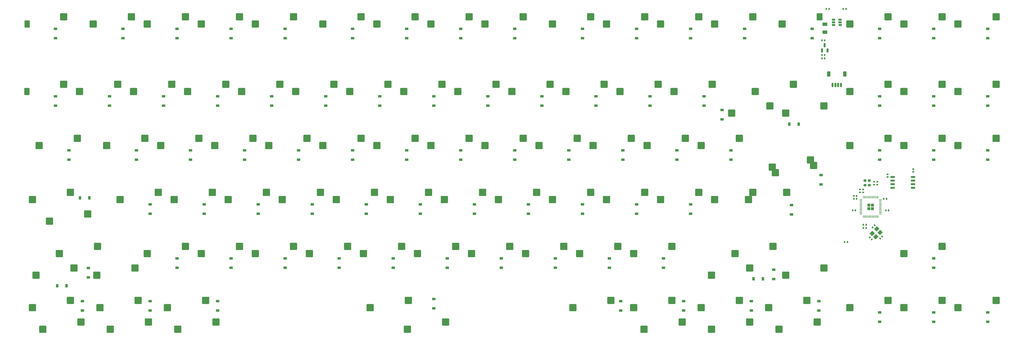
<source format=gbp>
%TF.GenerationSoftware,KiCad,Pcbnew,(6.0.6)*%
%TF.CreationDate,2023-01-04T14:02:57+11:00*%
%TF.ProjectId,slime88,736c696d-6538-4382-9e6b-696361645f70,rev?*%
%TF.SameCoordinates,Original*%
%TF.FileFunction,Paste,Bot*%
%TF.FilePolarity,Positive*%
%FSLAX46Y46*%
G04 Gerber Fmt 4.6, Leading zero omitted, Abs format (unit mm)*
G04 Created by KiCad (PCBNEW (6.0.6)) date 2023-01-04 14:02:57*
%MOMM*%
%LPD*%
G01*
G04 APERTURE LIST*
G04 Aperture macros list*
%AMRoundRect*
0 Rectangle with rounded corners*
0 $1 Rounding radius*
0 $2 $3 $4 $5 $6 $7 $8 $9 X,Y pos of 4 corners*
0 Add a 4 corners polygon primitive as box body*
4,1,4,$2,$3,$4,$5,$6,$7,$8,$9,$2,$3,0*
0 Add four circle primitives for the rounded corners*
1,1,$1+$1,$2,$3*
1,1,$1+$1,$4,$5*
1,1,$1+$1,$6,$7*
1,1,$1+$1,$8,$9*
0 Add four rect primitives between the rounded corners*
20,1,$1+$1,$2,$3,$4,$5,0*
20,1,$1+$1,$4,$5,$6,$7,0*
20,1,$1+$1,$6,$7,$8,$9,0*
20,1,$1+$1,$8,$9,$2,$3,0*%
%AMRotRect*
0 Rectangle, with rotation*
0 The origin of the aperture is its center*
0 $1 length*
0 $2 width*
0 $3 Rotation angle, in degrees counterclockwise*
0 Add horizontal line*
21,1,$1,$2,0,0,$3*%
G04 Aperture macros list end*
%ADD10RotRect,1.400000X1.200000X45.000000*%
%ADD11R,1.200000X0.900000*%
%ADD12RoundRect,0.250000X1.025000X1.000000X-1.025000X1.000000X-1.025000X-1.000000X1.025000X-1.000000X0*%
%ADD13RoundRect,0.140000X0.140000X0.170000X-0.140000X0.170000X-0.140000X-0.170000X0.140000X-0.170000X0*%
%ADD14RoundRect,0.140000X0.170000X-0.140000X0.170000X0.140000X-0.170000X0.140000X-0.170000X-0.140000X0*%
%ADD15RoundRect,0.200000X-0.275000X0.200000X-0.275000X-0.200000X0.275000X-0.200000X0.275000X0.200000X0*%
%ADD16RoundRect,0.135000X0.135000X0.185000X-0.135000X0.185000X-0.135000X-0.185000X0.135000X-0.185000X0*%
%ADD17RoundRect,0.250000X-0.625000X0.375000X-0.625000X-0.375000X0.625000X-0.375000X0.625000X0.375000X0*%
%ADD18RoundRect,0.250000X-1.025000X-1.000000X1.025000X-1.000000X1.025000X1.000000X-1.025000X1.000000X0*%
%ADD19RoundRect,0.204695X0.818780X1.045305X-0.818780X1.045305X-0.818780X-1.045305X0.818780X-1.045305X0*%
%ADD20RoundRect,0.140000X-0.140000X-0.170000X0.140000X-0.170000X0.140000X0.170000X-0.140000X0.170000X0*%
%ADD21RoundRect,0.150000X0.650000X0.150000X-0.650000X0.150000X-0.650000X-0.150000X0.650000X-0.150000X0*%
%ADD22R,0.900000X1.200000*%
%ADD23RoundRect,0.150000X0.475000X0.150000X-0.475000X0.150000X-0.475000X-0.150000X0.475000X-0.150000X0*%
%ADD24RoundRect,0.250000X0.292217X0.292217X-0.292217X0.292217X-0.292217X-0.292217X0.292217X-0.292217X0*%
%ADD25RoundRect,0.050000X0.387500X0.050000X-0.387500X0.050000X-0.387500X-0.050000X0.387500X-0.050000X0*%
%ADD26RoundRect,0.050000X0.050000X0.387500X-0.050000X0.387500X-0.050000X-0.387500X0.050000X-0.387500X0*%
%ADD27RoundRect,0.135000X-0.185000X0.135000X-0.185000X-0.135000X0.185000X-0.135000X0.185000X0.135000X0*%
%ADD28RoundRect,0.140000X0.021213X-0.219203X0.219203X-0.021213X-0.021213X0.219203X-0.219203X0.021213X0*%
%ADD29RoundRect,0.140000X0.219203X0.021213X0.021213X0.219203X-0.219203X-0.021213X-0.021213X-0.219203X0*%
%ADD30RoundRect,0.135000X0.035355X-0.226274X0.226274X-0.035355X-0.035355X0.226274X-0.226274X0.035355X0*%
%ADD31RoundRect,0.135000X-0.135000X-0.185000X0.135000X-0.185000X0.135000X0.185000X-0.135000X0.185000X0*%
%ADD32RoundRect,0.180000X0.720000X1.070000X-0.720000X1.070000X-0.720000X-1.070000X0.720000X-1.070000X0*%
%ADD33RoundRect,0.150000X0.150000X-0.587500X0.150000X0.587500X-0.150000X0.587500X-0.150000X-0.587500X0*%
%ADD34RoundRect,0.150000X-0.150000X-0.625000X0.150000X-0.625000X0.150000X0.625000X-0.150000X0.625000X0*%
%ADD35RoundRect,0.250000X-0.350000X-0.650000X0.350000X-0.650000X0.350000X0.650000X-0.350000X0.650000X0*%
G04 APERTURE END LIST*
D10*
%TO.C,Y1*%
X338321142Y-136556777D03*
X339876777Y-135001142D03*
X341078858Y-136203223D03*
X339523223Y-137758858D03*
%TD*%
D11*
%TO.C,D39*%
X117090312Y-110608750D03*
X117090312Y-107308750D03*
%TD*%
D12*
%TO.C,SW95*%
X232761562Y-162775000D03*
X246211562Y-160235000D03*
%TD*%
%TO.C,SW69*%
X294674062Y-124675000D03*
X308124062Y-122135000D03*
%TD*%
%TO.C,SW102*%
X330392812Y-162775000D03*
X343842812Y-160235000D03*
%TD*%
%TO.C,SW86*%
X349442812Y-143725000D03*
X362892812Y-141185000D03*
%TD*%
D11*
%TO.C,D15*%
X340927812Y-67746250D03*
X340927812Y-64446250D03*
%TD*%
D13*
%TO.C,C9*%
X336140000Y-134620000D03*
X335180000Y-134620000D03*
%TD*%
D12*
%TO.C,SW29*%
X249430312Y-86575000D03*
X262880312Y-84035000D03*
%TD*%
D11*
%TO.C,D9*%
X212340312Y-67746250D03*
X212340312Y-64446250D03*
%TD*%
D12*
%TO.C,SW42*%
X144655312Y-105625000D03*
X158105312Y-103085000D03*
%TD*%
%TO.C,SW3*%
X82742812Y-62762500D03*
X96192812Y-60222500D03*
%TD*%
D14*
%TO.C,C3*%
X340040312Y-119350000D03*
X340040312Y-118390000D03*
%TD*%
D12*
%TO.C,SW11*%
X244667812Y-62762500D03*
X258117812Y-60222500D03*
%TD*%
%TO.C,SW28*%
X230380312Y-86575000D03*
X243830312Y-84035000D03*
%TD*%
D13*
%TO.C,C2*%
X336140000Y-133560000D03*
X335180000Y-133560000D03*
%TD*%
D12*
%TO.C,SW35*%
X349442812Y-86575000D03*
X362892812Y-84035000D03*
%TD*%
D13*
%TO.C,C11*%
X332800312Y-123382500D03*
X331840312Y-123382500D03*
%TD*%
D12*
%TO.C,SW36*%
X368492812Y-86575000D03*
X381942812Y-84035000D03*
%TD*%
%TO.C,SW12*%
X263717812Y-62762500D03*
X277167812Y-60222500D03*
%TD*%
D11*
%TO.C,D45*%
X231390312Y-110608750D03*
X231390312Y-107308750D03*
%TD*%
D12*
%TO.C,SW60*%
X130367812Y-124675000D03*
X143817812Y-122135000D03*
%TD*%
D11*
%TO.C,D42*%
X174240312Y-110608750D03*
X174240312Y-107308750D03*
%TD*%
D12*
%TO.C,SW73*%
X82742812Y-143725000D03*
X96192812Y-141185000D03*
%TD*%
D11*
%TO.C,D19*%
X69465312Y-91558750D03*
X69465312Y-88258750D03*
%TD*%
D12*
%TO.C,SW9*%
X201805312Y-62762500D03*
X215255312Y-60222500D03*
%TD*%
D14*
%TO.C,C1*%
X335040312Y-122062500D03*
X335040312Y-121102500D03*
%TD*%
D15*
%TO.C,R3*%
X335730312Y-117937500D03*
X335730312Y-119587500D03*
%TD*%
D12*
%TO.C,SW48*%
X258955312Y-105625000D03*
X272405312Y-103085000D03*
%TD*%
%TO.C,SW40*%
X106555312Y-105625000D03*
X120005312Y-103085000D03*
%TD*%
D11*
%TO.C,D18*%
X50415312Y-91558750D03*
X50415312Y-88258750D03*
%TD*%
D16*
%TO.C,R7*%
X323147812Y-57452500D03*
X322127812Y-57452500D03*
%TD*%
D12*
%TO.C,SW17*%
X368492812Y-62762500D03*
X381942812Y-60222500D03*
%TD*%
D11*
%TO.C,D44*%
X212340312Y-110608750D03*
X212340312Y-107308750D03*
%TD*%
D12*
%TO.C,SW7*%
X163705312Y-62762500D03*
X177155312Y-60222500D03*
%TD*%
D17*
%TO.C,F1*%
X321630312Y-62862500D03*
X321630312Y-65662500D03*
%TD*%
D12*
%TO.C,SW26*%
X192280312Y-86575000D03*
X205730312Y-84035000D03*
%TD*%
%TO.C,SW30*%
X268480312Y-86575000D03*
X281930312Y-84035000D03*
%TD*%
D11*
%TO.C,D52*%
X379027812Y-110608750D03*
X379027812Y-107308750D03*
%TD*%
D18*
%TO.C,SW97*%
X271294062Y-167855000D03*
X257844062Y-170395000D03*
%TD*%
D12*
%TO.C,SW14*%
X306580312Y-62762500D03*
D19*
X319773062Y-60222500D03*
%TD*%
D11*
%TO.C,D50*%
X340927812Y-110608750D03*
X340927812Y-107308750D03*
%TD*%
%TO.C,D35*%
X379027812Y-91558750D03*
X379027812Y-88258750D03*
%TD*%
D20*
%TO.C,C8*%
X343120000Y-128460000D03*
X344080000Y-128460000D03*
%TD*%
D12*
%TO.C,SW65*%
X225617812Y-124675000D03*
X239067812Y-122135000D03*
%TD*%
D18*
%TO.C,SW99*%
X295106562Y-167855000D03*
X281656562Y-170395000D03*
%TD*%
D12*
%TO.C,SW24*%
X154180312Y-86575000D03*
X167630312Y-84035000D03*
%TD*%
D11*
%TO.C,D8*%
X193290312Y-67746250D03*
X193290312Y-64446250D03*
%TD*%
D21*
%TO.C,U4*%
X352720000Y-116715000D03*
X352720000Y-117985000D03*
X352720000Y-119255000D03*
X352720000Y-120525000D03*
X345520000Y-120525000D03*
X345520000Y-119255000D03*
X345520000Y-117985000D03*
X345520000Y-116715000D03*
%TD*%
D12*
%TO.C,SW87*%
X42261562Y-162775000D03*
X55711562Y-160235000D03*
%TD*%
D11*
%TO.C,D4*%
X112327812Y-67746250D03*
X112327812Y-64446250D03*
%TD*%
%TO.C,D49*%
X320290312Y-119340000D03*
X320290312Y-116040000D03*
%TD*%
%TO.C,D68*%
X93277812Y-148708750D03*
X93277812Y-145408750D03*
%TD*%
D18*
%TO.C,SW92*%
X106987812Y-167855000D03*
X93537812Y-170395000D03*
%TD*%
D12*
%TO.C,SW76*%
X139892812Y-143725000D03*
X153342812Y-141185000D03*
%TD*%
D22*
%TO.C,D53*%
X62384062Y-124040000D03*
X59084062Y-124040000D03*
%TD*%
D12*
%TO.C,SW53*%
X349442812Y-105625000D03*
X362892812Y-103085000D03*
%TD*%
%TO.C,SW61*%
X149417812Y-124675000D03*
X162867812Y-122135000D03*
%TD*%
D11*
%TO.C,D89*%
X340927812Y-167758750D03*
X340927812Y-164458750D03*
%TD*%
D12*
%TO.C,SW51*%
X304199062Y-115150000D03*
X317649062Y-112610000D03*
%TD*%
%TO.C,SW37*%
X44642812Y-105625000D03*
X58092812Y-103085000D03*
%TD*%
%TO.C,SW62*%
X168467812Y-124675000D03*
X181917812Y-122135000D03*
%TD*%
D11*
%TO.C,D72*%
X169477812Y-148708750D03*
X169477812Y-145408750D03*
%TD*%
%TO.C,D7*%
X174240312Y-67746250D03*
X174240312Y-64446250D03*
%TD*%
%TO.C,D43*%
X193290312Y-110608750D03*
X193290312Y-107308750D03*
%TD*%
D23*
%TO.C,U3*%
X326972812Y-61212500D03*
X326972812Y-62162500D03*
X327047812Y-63112500D03*
X324622812Y-63112500D03*
X324622812Y-62162500D03*
X324622812Y-61212500D03*
%TD*%
D18*
%TO.C,SW72*%
X78412812Y-148805000D03*
X64962812Y-151345000D03*
%TD*%
D13*
%TO.C,C14*%
X321570312Y-73712500D03*
X320610312Y-73712500D03*
%TD*%
D11*
%TO.C,D69*%
X112327812Y-148708750D03*
X112327812Y-145408750D03*
%TD*%
D12*
%TO.C,SW34*%
X330392812Y-86575000D03*
X343842812Y-84035000D03*
%TD*%
D20*
%TO.C,C13*%
X320590312Y-68532500D03*
X321550312Y-68532500D03*
%TD*%
D18*
%TO.C,SW31*%
X302250312Y-91655000D03*
X288800312Y-94195000D03*
%TD*%
D16*
%TO.C,R1*%
X329560000Y-139650000D03*
X328540000Y-139650000D03*
%TD*%
D14*
%TO.C,C5*%
X333992224Y-122065858D03*
X333992224Y-121105858D03*
%TD*%
D12*
%TO.C,SW43*%
X163705312Y-105625000D03*
X177155312Y-103085000D03*
%TD*%
D11*
%TO.C,D91*%
X379027812Y-167758750D03*
X379027812Y-164458750D03*
%TD*%
D12*
%TO.C,SW5*%
X120842812Y-62762500D03*
X134292812Y-60222500D03*
%TD*%
D11*
%TO.C,D16*%
X359977812Y-67746250D03*
X359977812Y-64446250D03*
%TD*%
%TO.C,D55*%
X102802812Y-129658750D03*
X102802812Y-126358750D03*
%TD*%
D12*
%TO.C,SW96*%
X254192812Y-162775000D03*
X267642812Y-160235000D03*
%TD*%
D11*
%TO.C,D62*%
X236152812Y-129658750D03*
X236152812Y-126358750D03*
%TD*%
%TO.C,D87*%
X295684062Y-160490000D03*
X295684062Y-163790000D03*
%TD*%
%TO.C,D79*%
X303621562Y-149377500D03*
X303621562Y-152677500D03*
%TD*%
%TO.C,D47*%
X269490312Y-110608750D03*
X269490312Y-107308750D03*
%TD*%
D12*
%TO.C,SW74*%
X101792812Y-143725000D03*
X115242812Y-141185000D03*
%TD*%
D11*
%TO.C,D41*%
X155190312Y-110608750D03*
X155190312Y-107308750D03*
%TD*%
%TO.C,D58*%
X159952812Y-129658750D03*
X159952812Y-126358750D03*
%TD*%
D12*
%TO.C,SW82*%
X254192812Y-143725000D03*
X267642812Y-141185000D03*
%TD*%
D11*
%TO.C,D29*%
X259965312Y-91558750D03*
X259965312Y-88258750D03*
%TD*%
D12*
%TO.C,SW98*%
X278005312Y-162775000D03*
X291455312Y-160235000D03*
%TD*%
%TO.C,SW49*%
X278005312Y-105625000D03*
X291455312Y-103085000D03*
%TD*%
D11*
%TO.C,D82*%
X83752812Y-160490000D03*
X83752812Y-163790000D03*
%TD*%
D12*
%TO.C,SW89*%
X66074062Y-162775000D03*
X79524062Y-160235000D03*
%TD*%
D11*
%TO.C,D20*%
X88515312Y-91558750D03*
X88515312Y-88258750D03*
%TD*%
%TO.C,D88*%
X319496562Y-160490000D03*
X319496562Y-163790000D03*
%TD*%
D13*
%TO.C,C6*%
X332400312Y-128482500D03*
X331440312Y-128482500D03*
%TD*%
D11*
%TO.C,D25*%
X183765312Y-91558750D03*
X183765312Y-88258750D03*
%TD*%
D12*
%TO.C,SW58*%
X92267812Y-124675000D03*
X105717812Y-122135000D03*
%TD*%
D11*
%TO.C,D76*%
X245677812Y-148708750D03*
X245677812Y-145408750D03*
%TD*%
D12*
%TO.C,SW75*%
X120842812Y-143725000D03*
X134292812Y-141185000D03*
%TD*%
%TO.C,SW2*%
X63692812Y-62762500D03*
X77142812Y-60222500D03*
%TD*%
%TO.C,SW32*%
X297055312Y-86575000D03*
X310505312Y-84035000D03*
%TD*%
%TO.C,SW80*%
X216092812Y-143725000D03*
X229542812Y-141185000D03*
%TD*%
D11*
%TO.C,D2*%
X74227812Y-67746250D03*
X74227812Y-64446250D03*
%TD*%
%TO.C,D40*%
X136140312Y-110608750D03*
X136140312Y-107308750D03*
%TD*%
D18*
%TO.C,SW56*%
X61744062Y-129755000D03*
X48294062Y-132295000D03*
%TD*%
D15*
%TO.C,R2*%
X337316562Y-117937500D03*
X337316562Y-119587500D03*
%TD*%
D11*
%TO.C,D26*%
X202815312Y-91558750D03*
X202815312Y-88258750D03*
%TD*%
%TO.C,D6*%
X155190312Y-67746250D03*
X155190312Y-64446250D03*
%TD*%
D12*
%TO.C,SW66*%
X244667812Y-124675000D03*
X258117812Y-122135000D03*
%TD*%
D14*
%TO.C,C7*%
X338990312Y-119350000D03*
X338990312Y-118390000D03*
%TD*%
D24*
%TO.C,U2*%
X338390312Y-127852500D03*
X338390312Y-126577500D03*
X337115312Y-127852500D03*
X337115312Y-126577500D03*
D25*
X341190312Y-124615000D03*
X341190312Y-125015000D03*
X341190312Y-125415000D03*
X341190312Y-125815000D03*
X341190312Y-126215000D03*
X341190312Y-126615000D03*
X341190312Y-127015000D03*
X341190312Y-127415000D03*
X341190312Y-127815000D03*
X341190312Y-128215000D03*
X341190312Y-128615000D03*
X341190312Y-129015000D03*
X341190312Y-129415000D03*
X341190312Y-129815000D03*
D26*
X340352812Y-130652500D03*
X339952812Y-130652500D03*
X339552812Y-130652500D03*
X339152812Y-130652500D03*
X338752812Y-130652500D03*
X338352812Y-130652500D03*
X337952812Y-130652500D03*
X337552812Y-130652500D03*
X337152812Y-130652500D03*
X336752812Y-130652500D03*
X336352812Y-130652500D03*
X335952812Y-130652500D03*
X335552812Y-130652500D03*
X335152812Y-130652500D03*
D25*
X334315312Y-129815000D03*
X334315312Y-129415000D03*
X334315312Y-129015000D03*
X334315312Y-128615000D03*
X334315312Y-128215000D03*
X334315312Y-127815000D03*
X334315312Y-127415000D03*
X334315312Y-127015000D03*
X334315312Y-126615000D03*
X334315312Y-126215000D03*
X334315312Y-125815000D03*
X334315312Y-125415000D03*
X334315312Y-125015000D03*
X334315312Y-124615000D03*
D26*
X335152812Y-123777500D03*
X335552812Y-123777500D03*
X335952812Y-123777500D03*
X336352812Y-123777500D03*
X336752812Y-123777500D03*
X337152812Y-123777500D03*
X337552812Y-123777500D03*
X337952812Y-123777500D03*
X338352812Y-123777500D03*
X338752812Y-123777500D03*
X339152812Y-123777500D03*
X339552812Y-123777500D03*
X339952812Y-123777500D03*
X340352812Y-123777500D03*
%TD*%
D12*
%TO.C,SW22*%
X116080312Y-86575000D03*
X129530312Y-84035000D03*
%TD*%
%TO.C,SW4*%
X101792812Y-62762500D03*
X115242812Y-60222500D03*
%TD*%
%TO.C,SW84*%
X289911562Y-143725000D03*
X303361562Y-141185000D03*
%TD*%
%TO.C,SW45*%
X201805312Y-105625000D03*
X215255312Y-103085000D03*
%TD*%
D27*
%TO.C,R5*%
X352740000Y-113870000D03*
X352740000Y-114890000D03*
%TD*%
D12*
%TO.C,SW78*%
X177992812Y-143725000D03*
X191442812Y-141185000D03*
%TD*%
%TO.C,SW16*%
X349442812Y-62762500D03*
X362892812Y-60222500D03*
%TD*%
D11*
%TO.C,D23*%
X145665312Y-91558750D03*
X145665312Y-88258750D03*
%TD*%
%TO.C,D75*%
X226627812Y-148708750D03*
X226627812Y-145408750D03*
%TD*%
D12*
%TO.C,SW104*%
X368492812Y-162775000D03*
X381942812Y-160235000D03*
%TD*%
%TO.C,SW59*%
X111317812Y-124675000D03*
X124767812Y-122135000D03*
%TD*%
%TO.C,SW79*%
X197042812Y-143725000D03*
X210492812Y-141185000D03*
%TD*%
%TO.C,SW47*%
X239905312Y-105625000D03*
X253355312Y-103085000D03*
%TD*%
D11*
%TO.C,D36*%
X55177812Y-110608750D03*
X55177812Y-107308750D03*
%TD*%
D12*
%TO.C,SW25*%
X173230312Y-86575000D03*
X186680312Y-84035000D03*
%TD*%
D11*
%TO.C,D57*%
X140902812Y-129658750D03*
X140902812Y-126358750D03*
%TD*%
D12*
%TO.C,SW44*%
X182755312Y-105625000D03*
X196205312Y-103085000D03*
%TD*%
%TO.C,SW13*%
X282767812Y-62762500D03*
X296217812Y-60222500D03*
%TD*%
%TO.C,SW77*%
X158942812Y-143725000D03*
X172392812Y-141185000D03*
%TD*%
D18*
%TO.C,SW83*%
X295106562Y-148805000D03*
X281656562Y-151345000D03*
%TD*%
D12*
%TO.C,SW63*%
X187517812Y-124675000D03*
X200967812Y-122135000D03*
%TD*%
D22*
%TO.C,D78*%
X299777812Y-152615000D03*
X296477812Y-152615000D03*
%TD*%
D11*
%TO.C,D77*%
X264727812Y-148708750D03*
X264727812Y-145408750D03*
%TD*%
D20*
%TO.C,C4*%
X320610312Y-74872500D03*
X321570312Y-74872500D03*
%TD*%
D12*
%TO.C,SW52*%
X330392812Y-105625000D03*
X343842812Y-103085000D03*
%TD*%
D28*
%TO.C,C15*%
X341080589Y-138319411D03*
X341759411Y-137640589D03*
%TD*%
D11*
%TO.C,D54*%
X83752812Y-129658750D03*
X83752812Y-126358750D03*
%TD*%
%TO.C,D60*%
X198052812Y-129658750D03*
X198052812Y-126358750D03*
%TD*%
%TO.C,D90*%
X359977812Y-167758750D03*
X359977812Y-164458750D03*
%TD*%
%TO.C,D73*%
X188527812Y-148708750D03*
X188527812Y-145408750D03*
%TD*%
%TO.C,D28*%
X240915312Y-91558750D03*
X240915312Y-88258750D03*
%TD*%
%TO.C,D64*%
X274252812Y-129658750D03*
X274252812Y-126358750D03*
%TD*%
D12*
%TO.C,SW46*%
X220855312Y-105625000D03*
X234305312Y-103085000D03*
%TD*%
D11*
%TO.C,D85*%
X249646562Y-160490000D03*
X249646562Y-163790000D03*
%TD*%
D13*
%TO.C,C10*%
X332800312Y-124380000D03*
X331840312Y-124380000D03*
%TD*%
D12*
%TO.C,SW23*%
X135130312Y-86575000D03*
X148580312Y-84035000D03*
%TD*%
D11*
%TO.C,D37*%
X78990312Y-110608750D03*
X78990312Y-107308750D03*
%TD*%
D18*
%TO.C,SW101*%
X318919062Y-167855000D03*
X305469062Y-170395000D03*
%TD*%
D11*
%TO.C,D84*%
X183765312Y-159696250D03*
X183765312Y-162996250D03*
%TD*%
D29*
%TO.C,C16*%
X338089411Y-138659411D03*
X337410589Y-137980589D03*
%TD*%
D20*
%TO.C,C12*%
X342400312Y-124402500D03*
X343360312Y-124402500D03*
%TD*%
D11*
%TO.C,D51*%
X359977812Y-110608750D03*
X359977812Y-107308750D03*
%TD*%
%TO.C,D71*%
X150427812Y-148708750D03*
X150427812Y-145408750D03*
%TD*%
D12*
%TO.C,SW55*%
X42261562Y-124675000D03*
X55711562Y-122135000D03*
%TD*%
%TO.C,SW38*%
X68455312Y-105625000D03*
X81905312Y-103085000D03*
%TD*%
%TO.C,SW21*%
X97030312Y-86575000D03*
X110480312Y-84035000D03*
%TD*%
%TO.C,SW15*%
X330392812Y-62762500D03*
X343842812Y-60222500D03*
%TD*%
D11*
%TO.C,D34*%
X359977812Y-91558750D03*
X359977812Y-88258750D03*
%TD*%
%TO.C,D81*%
X59940312Y-160490000D03*
X59940312Y-163790000D03*
%TD*%
%TO.C,D17*%
X379027812Y-67746250D03*
X379027812Y-64446250D03*
%TD*%
D12*
%TO.C,SW81*%
X235142812Y-143725000D03*
X248592812Y-141185000D03*
%TD*%
%TO.C,SW8*%
X182755312Y-62762500D03*
X196205312Y-60222500D03*
%TD*%
D18*
%TO.C,SW70*%
X56981562Y-148805000D03*
X43531562Y-151345000D03*
%TD*%
D12*
%TO.C,SW19*%
X58930312Y-86575000D03*
X72380312Y-84035000D03*
%TD*%
D22*
%TO.C,D66*%
X54290312Y-155062500D03*
X50990312Y-155062500D03*
%TD*%
D30*
%TO.C,R4*%
X338449376Y-134440624D03*
X339170624Y-133719376D03*
%TD*%
D12*
%TO.C,SW68*%
X282767812Y-124675000D03*
X296217812Y-122135000D03*
%TD*%
%TO.C,SW6*%
X144655312Y-62762500D03*
X158105312Y-60222500D03*
%TD*%
D31*
%TO.C,R6*%
X328050312Y-57452500D03*
X329070312Y-57452500D03*
%TD*%
D18*
%TO.C,SW50*%
X316537812Y-110705000D03*
X303087812Y-113245000D03*
%TD*%
D32*
%TO.C,SW1*%
X40400312Y-62762500D03*
D12*
X53330312Y-60222500D03*
%TD*%
%TO.C,SW64*%
X206567812Y-124675000D03*
X220017812Y-122135000D03*
%TD*%
D11*
%TO.C,D24*%
X164715312Y-91558750D03*
X164715312Y-88258750D03*
%TD*%
%TO.C,D21*%
X107565312Y-91558750D03*
X107565312Y-88258750D03*
%TD*%
%TO.C,D59*%
X179002812Y-129658750D03*
X179002812Y-126358750D03*
%TD*%
%TO.C,D86*%
X271871562Y-160490000D03*
X271871562Y-163790000D03*
%TD*%
D12*
%TO.C,SW10*%
X225617812Y-62762500D03*
X239067812Y-60222500D03*
%TD*%
D11*
%TO.C,D30*%
X279015312Y-91558750D03*
X279015312Y-88258750D03*
%TD*%
%TO.C,D22*%
X126615312Y-91558750D03*
X126615312Y-88258750D03*
%TD*%
%TO.C,D12*%
X274252812Y-67746250D03*
X274252812Y-64446250D03*
%TD*%
D33*
%TO.C,U1*%
X322510312Y-72080000D03*
X320610312Y-72080000D03*
X321560312Y-70205000D03*
%TD*%
D12*
%TO.C,SW71*%
X51786562Y-143725000D03*
X65236562Y-141185000D03*
%TD*%
D11*
%TO.C,D48*%
X288540312Y-110608750D03*
X288540312Y-107308750D03*
%TD*%
D18*
%TO.C,SW33*%
X321300312Y-91655000D03*
X307850312Y-94195000D03*
%TD*%
D11*
%TO.C,D31*%
X285365312Y-96321250D03*
X285365312Y-93021250D03*
%TD*%
D12*
%TO.C,SW93*%
X161324062Y-162775000D03*
X174774062Y-160235000D03*
%TD*%
D11*
%TO.C,D67*%
X62020312Y-148762500D03*
X62020312Y-152062500D03*
%TD*%
%TO.C,D65*%
X309840000Y-129920000D03*
X309840000Y-126620000D03*
%TD*%
D12*
%TO.C,SW103*%
X349442812Y-162775000D03*
X362892812Y-160235000D03*
%TD*%
D11*
%TO.C,D1*%
X50415312Y-67746250D03*
X50415312Y-64446250D03*
%TD*%
D12*
%TO.C,SW67*%
X263717812Y-124675000D03*
X277167812Y-122135000D03*
%TD*%
D11*
%TO.C,D74*%
X207577812Y-148708750D03*
X207577812Y-145408750D03*
%TD*%
%TO.C,D10*%
X236152812Y-67746250D03*
X236152812Y-64446250D03*
%TD*%
D18*
%TO.C,SW88*%
X59362812Y-167855000D03*
X45912812Y-170395000D03*
%TD*%
D11*
%TO.C,D61*%
X217102812Y-129658750D03*
X217102812Y-126358750D03*
%TD*%
%TO.C,D27*%
X221865312Y-91558750D03*
X221865312Y-88258750D03*
%TD*%
D12*
%TO.C,SW57*%
X73217812Y-124675000D03*
X86667812Y-122135000D03*
%TD*%
D34*
%TO.C,J3*%
X324310312Y-84222500D03*
X325310312Y-84222500D03*
X326310312Y-84222500D03*
X327310312Y-84222500D03*
D35*
X328610312Y-80347500D03*
X323010312Y-80347500D03*
%TD*%
D18*
%TO.C,SW85*%
X321300312Y-148805000D03*
X307850312Y-151345000D03*
%TD*%
D12*
%TO.C,SW39*%
X87505312Y-105625000D03*
X100955312Y-103085000D03*
%TD*%
D18*
%TO.C,SW90*%
X83175312Y-167855000D03*
X69725312Y-170395000D03*
%TD*%
D12*
%TO.C,SW20*%
X77980312Y-86575000D03*
X91430312Y-84035000D03*
%TD*%
D11*
%TO.C,D3*%
X93277812Y-67746250D03*
X93277812Y-64446250D03*
%TD*%
%TO.C,D80*%
X359977812Y-148708750D03*
X359977812Y-145408750D03*
%TD*%
%TO.C,D83*%
X107565312Y-160490000D03*
X107565312Y-163790000D03*
%TD*%
%TO.C,D14*%
X317115312Y-67746250D03*
X317115312Y-64446250D03*
%TD*%
%TO.C,D56*%
X121852812Y-129658750D03*
X121852812Y-126358750D03*
%TD*%
%TO.C,D13*%
X293302812Y-67746250D03*
X293302812Y-64446250D03*
%TD*%
%TO.C,D11*%
X255202812Y-67746250D03*
X255202812Y-64446250D03*
%TD*%
D32*
%TO.C,SW18*%
X40365312Y-86575000D03*
D12*
X53330312Y-84035000D03*
%TD*%
D11*
%TO.C,D5*%
X131377812Y-67746250D03*
X131377812Y-64446250D03*
%TD*%
%TO.C,D70*%
X131377812Y-148708750D03*
X131377812Y-145408750D03*
%TD*%
%TO.C,D46*%
X250440312Y-110608750D03*
X250440312Y-107308750D03*
%TD*%
D14*
%TO.C,C17*%
X343710000Y-116710000D03*
X343710000Y-115750000D03*
%TD*%
D12*
%TO.C,SW91*%
X89886562Y-162775000D03*
X103336562Y-160235000D03*
%TD*%
D22*
%TO.C,D32*%
X312370312Y-98052500D03*
X309070312Y-98052500D03*
%TD*%
D11*
%TO.C,D63*%
X255202812Y-129658750D03*
X255202812Y-126358750D03*
%TD*%
D12*
%TO.C,SW100*%
X301817812Y-162775000D03*
X315267812Y-160235000D03*
%TD*%
D11*
%TO.C,D38*%
X98040312Y-110608750D03*
X98040312Y-107308750D03*
%TD*%
D18*
%TO.C,SW94*%
X187950312Y-167855000D03*
X174500312Y-170395000D03*
%TD*%
D11*
%TO.C,D33*%
X340927812Y-91558750D03*
X340927812Y-88258750D03*
%TD*%
D12*
%TO.C,SW54*%
X368492812Y-105625000D03*
X381942812Y-103085000D03*
%TD*%
%TO.C,SW27*%
X211330312Y-86575000D03*
X224780312Y-84035000D03*
%TD*%
%TO.C,SW41*%
X125605312Y-105625000D03*
X139055312Y-103085000D03*
%TD*%
M02*

</source>
